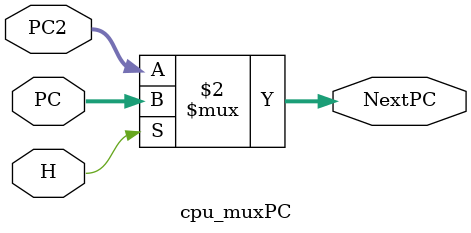
<source format=v>
module cpu_muxPC(PC,PC2,H,NextPC);

input  [7:0] PC,PC2;
input        H;
output [7:0] NextPC;

assign NextPC = (H==1'b0) ? PC2 : PC;

endmodule

</source>
